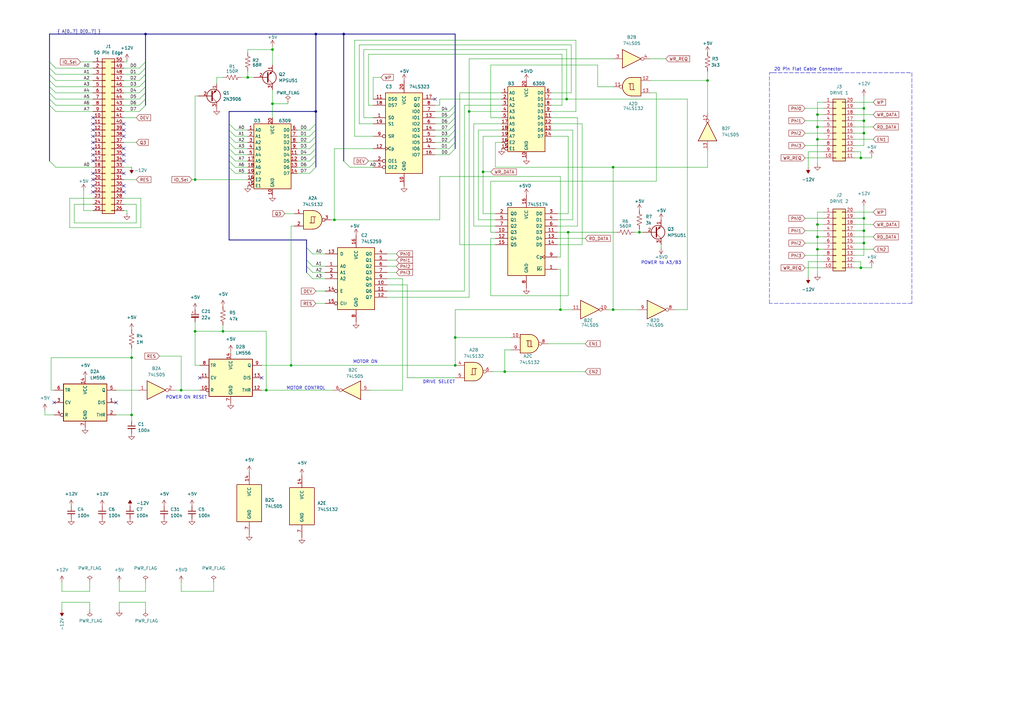
<source format=kicad_sch>
(kicad_sch (version 20211123) (generator eeschema)
  (paper "A3")
  (title_block (title "650-X104") (comment 1 "Apple Disk II Interface Card"))
  (junction (at 140.97 13.97))
  (junction (at 111.76 42.545))
  (junction (at 53.975 170.18))
  (junction (at 192.405 45.72))
  (junction (at 233.045 95.25))
  (junction (at 109.22 160.02))
  (junction (at 186.69 138.43))
  (junction (at 335.28 102.235))
  (junction (at 129.54 45.72))
  (junction (at 354.33 99.695))
  (junction (at 354.33 49.53))
  (junction (at 354.33 94.615))
  (junction (at 251.46 68.58))
  (junction (at 207.01 152.4))
  (junction (at 335.28 46.99))
  (junction (at 232.41 40.64))
  (junction (at 198.12 70.485))
  (junction (at 335.28 57.15))
  (junction (at 186.69 149.86))
  (junction (at 229.87 127))
  (junction (at 80.01 135.89))
  (junction (at 80.01 73.66))
  (junction (at 91.44 135.89))
  (junction (at 74.295 160.02))
  (junction (at 335.28 97.155))
  (junction (at 353.06 64.77))
  (junction (at 59.69 13.97))
  (junction (at 137.16 90.17))
  (junction (at 119.38 149.86))
  (junction (at 335.28 52.07))
  (junction (at 354.33 89.535))
  (junction (at 111.76 20.32))
  (junction (at 129.54 13.97))
  (junction (at 251.46 127))
  (junction (at 262.255 95.25))
  (junction (at 53.975 146.685))
  (junction (at 353.06 109.855))
  (junction (at 354.33 54.61))
  (junction (at 354.33 44.45))
  (junction (at 101.6 31.75))
  (junction (at 335.28 92.075))
  (junction (at 290.195 33.02))
  (no_connect (at 50.8 66.04))
  (no_connect (at 50.8 60.96))
  (no_connect (at 22.225 165.1))
  (no_connect (at 81.915 154.94))
  (no_connect (at 178.435 40.64))
  (no_connect (at 50.8 63.5))
  (no_connect (at 38.1 71.12))
  (no_connect (at 38.1 66.04))
  (no_connect (at 38.1 63.5))
  (no_connect (at 38.1 60.96))
  (no_connect (at 38.1 58.42))
  (no_connect (at 38.1 55.88))
  (no_connect (at 38.1 53.34))
  (no_connect (at 38.1 50.8))
  (no_connect (at 38.1 48.26))
  (no_connect (at 47.625 165.1))
  (no_connect (at 107.315 154.94))
  (no_connect (at 50.8 71.12))
  (no_connect (at 50.8 78.74))
  (no_connect (at 50.8 76.2))
  (no_connect (at 38.1 73.66))
  (no_connect (at 38.1 76.2))
  (no_connect (at 38.1 78.74))
  (no_connect (at 50.8 50.8))
  (no_connect (at 50.8 53.34))
  (no_connect (at 50.8 55.88))
  (bus_entry (at 57.15 43.18) (size 2.54 -2.54))
  (bus_entry (at 93.98 50.8) (size 2.54 2.54))
  (bus_entry (at 184.15 53.34) (size 2.54 -2.54))
  (bus_entry (at 20.32 30.48) (size 2.54 2.54))
  (bus_entry (at 125.73 106.68) (size 2.54 2.54))
  (bus_entry (at 57.15 33.02) (size 2.54 -2.54))
  (bus_entry (at 127 71.12) (size 2.54 -2.54))
  (bus_entry (at 127 55.88) (size 2.54 -2.54))
  (bus_entry (at 184.15 48.26) (size 2.54 -2.54))
  (bus_entry (at 93.98 60.96) (size 2.54 2.54))
  (bus_entry (at 57.15 35.56) (size 2.54 -2.54))
  (bus_entry (at 184.15 50.8) (size 2.54 -2.54))
  (bus_entry (at 93.98 55.88) (size 2.54 2.54))
  (bus_entry (at 127 58.42) (size 2.54 -2.54))
  (bus_entry (at 184.15 58.42) (size 2.54 -2.54))
  (bus_entry (at 127 60.96) (size 2.54 -2.54))
  (bus_entry (at 20.32 38.1) (size 2.54 2.54))
  (bus_entry (at 127 66.04) (size 2.54 -2.54))
  (bus_entry (at 127 53.34) (size 2.54 -2.54))
  (bus_entry (at 57.15 27.94) (size 2.54 -2.54))
  (bus_entry (at 57.15 45.72) (size 2.54 -2.54))
  (bus_entry (at 20.32 66.04) (size 2.54 2.54))
  (bus_entry (at 57.15 30.48) (size 2.54 -2.54))
  (bus_entry (at 93.98 66.04) (size 2.54 2.54))
  (bus_entry (at 125.73 111.76) (size 2.54 2.54))
  (bus_entry (at 20.32 25.4) (size 2.54 2.54))
  (bus_entry (at 184.15 55.88) (size 2.54 -2.54))
  (bus_entry (at 57.15 40.64) (size 2.54 -2.54))
  (bus_entry (at 93.98 53.34) (size 2.54 2.54))
  (bus_entry (at 20.32 40.64) (size 2.54 2.54))
  (bus_entry (at 93.98 58.42) (size 2.54 2.54))
  (bus_entry (at 20.32 35.56) (size 2.54 2.54))
  (bus_entry (at 127 68.58) (size 2.54 -2.54))
  (bus_entry (at 125.73 109.22) (size 2.54 2.54))
  (bus_entry (at 20.32 33.02) (size 2.54 2.54))
  (bus_entry (at 184.15 63.5) (size 2.54 -2.54))
  (bus_entry (at 93.98 63.5) (size 2.54 2.54))
  (bus_entry (at 57.15 38.1) (size 2.54 -2.54))
  (bus_entry (at 125.73 101.6) (size 2.54 2.54))
  (bus_entry (at 184.15 45.72) (size 2.54 -2.54))
  (bus_entry (at 20.32 27.94) (size 2.54 2.54))
  (bus_entry (at 140.97 66.04) (size 2.54 2.54))
  (bus_entry (at 127 63.5) (size 2.54 -2.54))
  (bus_entry (at 93.98 68.58) (size 2.54 2.54))
  (bus_entry (at 184.15 60.96) (size 2.54 -2.54))
  (bus_entry (at 20.32 43.18) (size 2.54 2.54))
  (wire (pts (xy 354.33 59.69) (xy 354.33 54.61)))
  (wire (pts (xy 290.195 29.21) (xy 290.195 33.02)))
  (wire (pts (xy 80.01 135.89) (xy 91.44 135.89)))
  (wire (pts (xy 190.5 43.18) (xy 190.5 119.38)))
  (wire (pts (xy 281.94 40.64) (xy 281.94 127)))
  (bus (pts (xy 125.73 98.425) (xy 93.98 98.425)))
  (wire (pts (xy 121.92 71.12) (xy 127 71.12)))
  (wire (pts (xy 228.6 95.25) (xy 233.045 95.25)))
  (wire (pts (xy 196.215 53.34) (xy 205.74 53.34)))
  (bus (pts (xy 20.32 25.4) (xy 20.32 13.97)))
  (wire (pts (xy 107.315 149.86) (xy 119.38 149.86)))
  (wire (pts (xy 201.295 121.285) (xy 233.045 121.285)))
  (wire (pts (xy 80.01 73.66) (xy 80.01 39.37)))
  (wire (pts (xy 229.87 127) (xy 234.315 127)))
  (wire (pts (xy 335.28 97.155) (xy 335.28 92.075)))
  (wire (pts (xy 22.86 27.94) (xy 38.1 27.94)))
  (wire (pts (xy 128.27 109.22) (xy 133.35 109.22)))
  (wire (pts (xy 354.33 99.695) (xy 354.33 94.615)))
  (wire (pts (xy 74.295 242.57) (xy 74.295 238.76)))
  (wire (pts (xy 236.22 16.51) (xy 236.22 45.72)))
  (wire (pts (xy 50.8 27.94) (xy 57.15 27.94)))
  (bus (pts (xy 20.32 13.97) (xy 59.69 13.97)))
  (wire (pts (xy 145.415 16.51) (xy 236.22 16.51)))
  (wire (pts (xy 178.435 48.26) (xy 184.15 48.26)))
  (wire (pts (xy 192.405 45.72) (xy 192.405 24.13)))
  (wire (pts (xy 350.52 89.535) (xy 354.33 89.535)))
  (wire (pts (xy 153.035 60.96) (xy 137.16 60.96)))
  (wire (pts (xy 33.02 25.4) (xy 38.1 25.4)))
  (wire (pts (xy 28.575 81.28) (xy 38.1 81.28)))
  (wire (pts (xy 96.52 60.96) (xy 101.6 60.96)))
  (wire (pts (xy 50.8 30.48) (xy 57.15 30.48)))
  (wire (pts (xy 50.8 48.26) (xy 55.88 48.26)))
  (bus (pts (xy 20.32 30.48) (xy 20.32 27.94)))
  (bus (pts (xy 129.54 45.72) (xy 129.54 13.97)))
  (bus (pts (xy 93.98 98.425) (xy 93.98 68.58)))
  (wire (pts (xy 228.6 97.79) (xy 240.03 97.79)))
  (wire (pts (xy 331.47 68.58) (xy 331.47 62.23)))
  (wire (pts (xy 121.92 68.58) (xy 127 68.58)))
  (wire (pts (xy 137.16 60.96) (xy 137.16 90.17)))
  (wire (pts (xy 128.27 114.3) (xy 133.35 114.3)))
  (wire (pts (xy 192.405 45.72) (xy 205.74 45.72)))
  (wire (pts (xy 119.38 92.71) (xy 119.38 149.86)))
  (wire (pts (xy 50.8 38.1) (xy 57.15 38.1)))
  (wire (pts (xy 245.11 35.56) (xy 251.46 35.56)))
  (wire (pts (xy 111.76 42.545) (xy 111.76 48.26)))
  (wire (pts (xy 158.75 111.76) (xy 162.56 111.76)))
  (wire (pts (xy 22.86 38.1) (xy 38.1 38.1)))
  (wire (pts (xy 186.69 138.43) (xy 209.55 138.43)))
  (wire (pts (xy 249.555 127) (xy 251.46 127)))
  (wire (pts (xy 330.2 94.615) (xy 337.82 94.615)))
  (wire (pts (xy 330.2 49.53) (xy 337.82 49.53)))
  (bus (pts (xy 93.98 53.34) (xy 93.98 50.8)))
  (bus (pts (xy 129.54 55.88) (xy 129.54 53.34)))
  (wire (pts (xy 350.52 102.235) (xy 358.14 102.235)))
  (wire (pts (xy 229.87 110.49) (xy 229.87 127)))
  (wire (pts (xy 47.625 160.02) (xy 56.515 160.02)))
  (wire (pts (xy 147.32 18.415) (xy 147.32 50.8)))
  (wire (pts (xy 178.435 60.96) (xy 184.15 60.96)))
  (wire (pts (xy 59.69 250.19) (xy 59.69 247.015)))
  (wire (pts (xy 330.2 99.695) (xy 337.82 99.695)))
  (wire (pts (xy 149.225 20.32) (xy 232.41 20.32)))
  (wire (pts (xy 201.295 26.67) (xy 245.11 26.67)))
  (wire (pts (xy 178.435 58.42) (xy 184.15 58.42)))
  (wire (pts (xy 188.595 38.1) (xy 188.595 100.33)))
  (wire (pts (xy 198.12 70.485) (xy 198.12 87.63)))
  (wire (pts (xy 350.52 86.995) (xy 358.14 86.995)))
  (wire (pts (xy 236.855 92.71) (xy 236.855 48.26)))
  (wire (pts (xy 151.765 160.02) (xy 165.1 160.02)))
  (wire (pts (xy 335.28 67.31) (xy 335.28 57.15)))
  (wire (pts (xy 109.22 160.02) (xy 136.525 160.02)))
  (wire (pts (xy 330.2 59.69) (xy 337.82 59.69)))
  (wire (pts (xy 53.975 146.685) (xy 53.975 170.18)))
  (wire (pts (xy 153.035 43.18) (xy 151.13 43.18)))
  (wire (pts (xy 190.5 43.18) (xy 205.74 43.18)))
  (wire (pts (xy 357.505 109.22) (xy 357.505 109.855)))
  (wire (pts (xy 335.28 46.99) (xy 335.28 41.91)))
  (wire (pts (xy 335.28 86.995) (xy 337.82 86.995)))
  (wire (pts (xy 266.7 33.02) (xy 290.195 33.02)))
  (wire (pts (xy 59.69 247.015) (xy 48.895 247.015)))
  (wire (pts (xy 36.83 238.76) (xy 36.83 242.57)))
  (wire (pts (xy 91.44 135.89) (xy 109.22 135.89)))
  (wire (pts (xy 111.76 20.32) (xy 111.76 26.67)))
  (wire (pts (xy 233.045 95.25) (xy 233.045 121.285)))
  (wire (pts (xy 357.505 64.77) (xy 353.06 64.77)))
  (wire (pts (xy 196.215 90.17) (xy 203.2 90.17)))
  (wire (pts (xy 251.46 68.58) (xy 290.195 68.58)))
  (wire (pts (xy 234.315 38.1) (xy 226.06 38.1)))
  (wire (pts (xy 178.435 45.72) (xy 184.15 45.72)))
  (wire (pts (xy 245.11 26.67) (xy 245.11 35.56)))
  (bus (pts (xy 140.97 13.97) (xy 140.97 66.04)))
  (wire (pts (xy 350.52 62.23) (xy 353.06 62.23)))
  (wire (pts (xy 18.415 168.275) (xy 18.415 170.18)))
  (wire (pts (xy 266.7 24.13) (xy 273.05 24.13)))
  (wire (pts (xy 149.225 20.32) (xy 149.225 48.26)))
  (wire (pts (xy 228.6 110.49) (xy 229.87 110.49)))
  (wire (pts (xy 228.6 92.71) (xy 236.855 92.71)))
  (wire (pts (xy 186.69 127) (xy 186.69 138.43)))
  (polyline (pts (xy 316.865 29.845) (xy 374.015 29.845)))
  (wire (pts (xy 178.435 63.5) (xy 184.15 63.5)))
  (wire (pts (xy 94.615 144.78) (xy 94.615 144.145)))
  (wire (pts (xy 201.295 26.67) (xy 201.295 48.26)))
  (bus (pts (xy 20.32 35.56) (xy 20.32 33.02)))
  (wire (pts (xy 129.54 119.38) (xy 133.35 119.38)))
  (wire (pts (xy 120.65 92.71) (xy 119.38 92.71)))
  (wire (pts (xy 50.8 83.82) (xy 55.88 83.82)))
  (wire (pts (xy 201.295 74.295) (xy 201.295 95.25)))
  (wire (pts (xy 158.75 104.14) (xy 162.56 104.14)))
  (wire (pts (xy 180.34 43.18) (xy 178.435 43.18)))
  (wire (pts (xy 335.28 52.07) (xy 337.82 52.07)))
  (wire (pts (xy 158.75 106.68) (xy 162.56 106.68)))
  (wire (pts (xy 335.28 112.395) (xy 335.28 102.235)))
  (wire (pts (xy 194.31 50.8) (xy 205.74 50.8)))
  (wire (pts (xy 207.01 143.51) (xy 209.55 143.51)))
  (bus (pts (xy 93.98 63.5) (xy 93.98 60.96)))
  (wire (pts (xy 354.33 89.535) (xy 354.33 84.455)))
  (wire (pts (xy 48.895 242.57) (xy 48.895 238.76)))
  (wire (pts (xy 203.2 95.25) (xy 201.295 95.25)))
  (wire (pts (xy 28.575 93.345) (xy 28.575 81.28)))
  (wire (pts (xy 354.33 44.45) (xy 354.33 39.37)))
  (bus (pts (xy 186.69 55.88) (xy 186.69 58.42)))
  (wire (pts (xy 96.52 53.34) (xy 101.6 53.34)))
  (wire (pts (xy 335.28 41.91) (xy 337.82 41.91)))
  (wire (pts (xy 331.47 107.315) (xy 337.82 107.315)))
  (bus (pts (xy 186.69 53.34) (xy 186.69 55.88)))
  (wire (pts (xy 80.01 132.08) (xy 80.01 135.89)))
  (bus (pts (xy 140.97 13.97) (xy 186.69 13.97)))
  (wire (pts (xy 116.84 87.63) (xy 120.65 87.63)))
  (wire (pts (xy 87.63 238.76) (xy 87.63 242.57)))
  (wire (pts (xy 234.95 90.17) (xy 234.95 53.34)))
  (wire (pts (xy 137.16 90.17) (xy 135.89 90.17)))
  (wire (pts (xy 331.47 113.665) (xy 331.47 107.315)))
  (bus (pts (xy 20.32 40.64) (xy 20.32 38.1)))
  (wire (pts (xy 262.255 93.98) (xy 262.255 95.25)))
  (bus (pts (xy 186.69 58.42) (xy 186.69 60.96)))
  (wire (pts (xy 18.415 170.18) (xy 22.225 170.18)))
  (wire (pts (xy 186.69 138.43) (xy 186.69 149.86)))
  (wire (pts (xy 354.33 104.775) (xy 354.33 99.695)))
  (wire (pts (xy 203.2 68.58) (xy 251.46 68.58)))
  (wire (pts (xy 232.41 40.64) (xy 281.94 40.64)))
  (bus (pts (xy 93.98 60.96) (xy 93.98 58.42)))
  (wire (pts (xy 22.225 160.02) (xy 20.955 160.02)))
  (wire (pts (xy 167.005 154.94) (xy 186.69 154.94)))
  (wire (pts (xy 91.44 133.35) (xy 91.44 135.89)))
  (wire (pts (xy 350.52 107.315) (xy 353.06 107.315)))
  (wire (pts (xy 350.52 92.075) (xy 358.14 92.075)))
  (wire (pts (xy 158.75 109.22) (xy 162.56 109.22)))
  (wire (pts (xy 350.52 46.99) (xy 358.14 46.99)))
  (wire (pts (xy 350.52 52.07) (xy 358.14 52.07)))
  (wire (pts (xy 180.34 40.64) (xy 180.34 43.18)))
  (wire (pts (xy 34.29 78.105) (xy 34.29 86.36)))
  (wire (pts (xy 50.8 73.66) (xy 55.88 73.66)))
  (wire (pts (xy 234.315 18.415) (xy 147.32 18.415)))
  (wire (pts (xy 276.86 127) (xy 281.94 127)))
  (wire (pts (xy 167.005 116.84) (xy 167.005 154.94)))
  (wire (pts (xy 121.92 53.34) (xy 127 53.34)))
  (wire (pts (xy 228.6 87.63) (xy 233.045 87.63)))
  (bus (pts (xy 186.69 48.26) (xy 186.69 50.8)))
  (wire (pts (xy 335.28 46.99) (xy 337.82 46.99)))
  (wire (pts (xy 232.41 40.64) (xy 226.06 40.64)))
  (wire (pts (xy 226.06 50.8) (xy 238.76 50.8)))
  (wire (pts (xy 335.28 92.075) (xy 337.82 92.075)))
  (wire (pts (xy 224.79 140.97) (xy 240.03 140.97)))
  (wire (pts (xy 205.74 48.26) (xy 201.295 48.26)))
  (wire (pts (xy 350.52 94.615) (xy 354.33 94.615)))
  (wire (pts (xy 165.1 114.3) (xy 165.1 160.02)))
  (wire (pts (xy 28.575 93.345) (xy 57.785 93.345)))
  (wire (pts (xy 230.505 22.225) (xy 230.505 43.18)))
  (wire (pts (xy 52.07 25.4) (xy 50.8 25.4)))
  (wire (pts (xy 350.52 59.69) (xy 354.33 59.69)))
  (bus (pts (xy 59.69 35.56) (xy 59.69 38.1)))
  (wire (pts (xy 350.52 57.15) (xy 358.14 57.15)))
  (bus (pts (xy 125.73 109.22) (xy 125.73 106.68)))
  (wire (pts (xy 101.6 29.21) (xy 101.6 31.75)))
  (bus (pts (xy 93.98 68.58) (xy 93.98 66.04)))
  (wire (pts (xy 198.12 87.63) (xy 203.2 87.63)))
  (bus (pts (xy 59.69 40.64) (xy 59.69 43.18)))
  (wire (pts (xy 226.06 45.72) (xy 236.22 45.72)))
  (wire (pts (xy 88.9 31.75) (xy 91.44 31.75)))
  (wire (pts (xy 354.33 49.53) (xy 354.33 44.45)))
  (wire (pts (xy 205.74 58.42) (xy 203.2 58.42)))
  (bus (pts (xy 59.69 27.94) (xy 59.69 30.48)))
  (bus (pts (xy 59.69 30.48) (xy 59.69 33.02)))
  (wire (pts (xy 330.2 54.61) (xy 337.82 54.61)))
  (wire (pts (xy 80.01 39.37) (xy 81.28 39.37)))
  (wire (pts (xy 201.295 97.79) (xy 201.295 121.285)))
  (wire (pts (xy 330.2 109.855) (xy 337.82 109.855)))
  (wire (pts (xy 353.06 107.315) (xy 353.06 109.855)))
  (wire (pts (xy 109.22 160.02) (xy 107.315 160.02)))
  (wire (pts (xy 50.8 35.56) (xy 57.15 35.56)))
  (wire (pts (xy 121.92 60.96) (xy 127 60.96)))
  (wire (pts (xy 232.41 20.32) (xy 232.41 40.64)))
  (wire (pts (xy 353.06 109.855) (xy 357.505 109.855)))
  (wire (pts (xy 50.8 40.64) (xy 57.15 40.64)))
  (wire (pts (xy 145.415 16.51) (xy 145.415 55.88)))
  (wire (pts (xy 335.28 92.075) (xy 335.28 86.995)))
  (wire (pts (xy 238.76 50.8) (xy 238.76 100.33)))
  (wire (pts (xy 165.1 114.3) (xy 158.75 114.3)))
  (wire (pts (xy 186.69 127) (xy 229.87 127)))
  (wire (pts (xy 118.11 41.91) (xy 118.11 42.545)))
  (wire (pts (xy 101.6 20.32) (xy 111.76 20.32)))
  (bus (pts (xy 129.54 58.42) (xy 129.54 55.88)))
  (bus (pts (xy 186.69 50.8) (xy 186.69 53.34)))
  (bus (pts (xy 129.54 50.8) (xy 129.54 45.72)))
  (wire (pts (xy 207.01 152.4) (xy 240.03 152.4)))
  (wire (pts (xy 80.01 149.86) (xy 81.915 149.86)))
  (wire (pts (xy 251.46 68.58) (xy 251.46 127)))
  (wire (pts (xy 80.01 135.89) (xy 80.01 149.86)))
  (wire (pts (xy 271.145 100.33) (xy 271.145 101.6)))
  (wire (pts (xy 353.06 62.23) (xy 353.06 64.77)))
  (wire (pts (xy 53.975 170.18) (xy 53.975 172.72)))
  (wire (pts (xy 151.13 22.225) (xy 230.505 22.225)))
  (wire (pts (xy 194.31 92.71) (xy 203.2 92.71)))
  (bus (pts (xy 129.54 68.58) (xy 129.54 66.04)))
  (wire (pts (xy 180.34 72.39) (xy 180.34 90.17)))
  (wire (pts (xy 198.12 70.485) (xy 201.295 70.485)))
  (wire (pts (xy 330.2 64.77) (xy 337.82 64.77)))
  (bus (pts (xy 20.32 43.18) (xy 20.32 40.64)))
  (bus (pts (xy 59.69 38.1) (xy 59.69 40.64)))
  (wire (pts (xy 22.86 40.64) (xy 38.1 40.64)))
  (wire (pts (xy 20.955 146.685) (xy 53.975 146.685)))
  (wire (pts (xy 290.195 61.595) (xy 290.195 68.58)))
  (bus (pts (xy 129.54 13.97) (xy 140.97 13.97)))
  (wire (pts (xy 25.4 242.57) (xy 25.4 238.76)))
  (wire (pts (xy 22.86 35.56) (xy 38.1 35.56)))
  (wire (pts (xy 158.75 119.38) (xy 190.5 119.38)))
  (bus (pts (xy 186.69 45.72) (xy 186.69 48.26)))
  (wire (pts (xy 238.76 100.33) (xy 228.6 100.33)))
  (wire (pts (xy 201.295 74.295) (xy 269.24 74.295)))
  (wire (pts (xy 121.92 66.04) (xy 127 66.04)))
  (wire (pts (xy 111.76 36.83) (xy 111.76 42.545)))
  (wire (pts (xy 350.52 49.53) (xy 354.33 49.53)))
  (wire (pts (xy 137.16 90.17) (xy 180.34 90.17)))
  (bus (pts (xy 93.98 50.8) (xy 93.98 45.72)))
  (wire (pts (xy 36.83 242.57) (xy 25.4 242.57)))
  (bus (pts (xy 93.98 66.04) (xy 93.98 63.5)))
  (wire (pts (xy 350.52 64.77) (xy 353.06 64.77)))
  (wire (pts (xy 129.54 124.46) (xy 133.35 124.46)))
  (wire (pts (xy 52.07 24.765) (xy 52.07 25.4)))
  (wire (pts (xy 178.435 53.34) (xy 184.15 53.34)))
  (wire (pts (xy 228.6 90.17) (xy 234.95 90.17)))
  (bus (pts (xy 125.73 101.6) (xy 125.73 98.425)))
  (bus (pts (xy 59.69 33.02) (xy 59.69 35.56)))
  (wire (pts (xy 198.12 55.88) (xy 205.74 55.88)))
  (wire (pts (xy 34.29 86.36) (xy 38.1 86.36)))
  (wire (pts (xy 178.435 55.88) (xy 184.15 55.88)))
  (bus (pts (xy 129.54 63.5) (xy 129.54 60.96)))
  (wire (pts (xy 128.27 104.14) (xy 133.35 104.14)))
  (bus (pts (xy 93.98 45.72) (xy 129.54 45.72)))
  (wire (pts (xy 20.955 160.02) (xy 20.955 146.685)))
  (polyline (pts (xy 374.015 124.46) (xy 315.595 124.46)))
  (bus (pts (xy 129.54 13.97) (xy 59.69 13.97)))
  (wire (pts (xy 188.595 38.1) (xy 205.74 38.1)))
  (wire (pts (xy 194.31 50.8) (xy 194.31 92.71)))
  (wire (pts (xy 226.06 53.34) (xy 234.95 53.34)))
  (wire (pts (xy 330.2 44.45) (xy 337.82 44.45)))
  (wire (pts (xy 335.28 97.155) (xy 337.82 97.155)))
  (bus (pts (xy 93.98 58.42) (xy 93.98 55.88)))
  (wire (pts (xy 230.505 43.18) (xy 226.06 43.18)))
  (wire (pts (xy 22.86 45.72) (xy 38.1 45.72)))
  (wire (pts (xy 354.33 54.61) (xy 354.33 49.53)))
  (wire (pts (xy 153.035 40.64) (xy 153.035 31.75)))
  (wire (pts (xy 357.505 64.135) (xy 357.505 64.77)))
  (wire (pts (xy 262.255 95.25) (xy 263.525 95.25)))
  (wire (pts (xy 22.86 33.02) (xy 38.1 33.02)))
  (wire (pts (xy 111.76 19.05) (xy 111.76 20.32)))
  (wire (pts (xy 335.28 57.15) (xy 337.82 57.15)))
  (wire (pts (xy 233.045 95.25) (xy 252.73 95.25)))
  (wire (pts (xy 350.52 44.45) (xy 354.33 44.45)))
  (wire (pts (xy 121.92 58.42) (xy 127 58.42)))
  (wire (pts (xy 203.2 58.42) (xy 203.2 68.58)))
  (wire (pts (xy 335.28 52.07) (xy 335.28 46.99)))
  (wire (pts (xy 36.83 247.015) (xy 25.4 247.015)))
  (wire (pts (xy 50.8 81.28) (xy 57.785 81.28)))
  (bus (pts (xy 93.98 55.88) (xy 93.98 53.34)))
  (wire (pts (xy 109.22 135.89) (xy 109.22 160.02)))
  (wire (pts (xy 30.48 83.82) (xy 38.1 83.82)))
  (bus (pts (xy 186.69 13.97) (xy 186.69 43.18)))
  (wire (pts (xy 290.195 33.02) (xy 290.195 46.355)))
  (wire (pts (xy 52.07 86.36) (xy 50.8 86.36)))
  (wire (pts (xy 30.48 91.44) (xy 55.88 91.44)))
  (wire (pts (xy 50.8 58.42) (xy 55.88 58.42)))
  (wire (pts (xy 192.405 24.13) (xy 251.46 24.13)))
  (wire (pts (xy 96.52 66.04) (xy 101.6 66.04)))
  (wire (pts (xy 145.415 55.88) (xy 153.035 55.88)))
  (wire (pts (xy 178.435 50.8) (xy 184.15 50.8)))
  (wire (pts (xy 50.8 43.18) (xy 57.15 43.18)))
  (wire (pts (xy 50.8 45.72) (xy 57.15 45.72)))
  (wire (pts (xy 330.2 89.535) (xy 337.82 89.535)))
  (wire (pts (xy 158.75 121.92) (xy 192.405 121.92)))
  (wire (pts (xy 331.47 62.23) (xy 337.82 62.23)))
  (wire (pts (xy 121.92 63.5) (xy 127 63.5)))
  (wire (pts (xy 354.33 94.615) (xy 354.33 89.535)))
  (wire (pts (xy 180.34 40.64) (xy 205.74 40.64)))
  (wire (pts (xy 78.74 73.66) (xy 80.01 73.66)))
  (bus (pts (xy 129.54 66.04) (xy 129.54 63.5)))
  (wire (pts (xy 59.69 242.57) (xy 48.895 242.57)))
  (wire (pts (xy 30.48 83.82) (xy 30.48 91.44)))
  (wire (pts (xy 149.225 48.26) (xy 153.035 48.26)))
  (wire (pts (xy 55.88 83.82) (xy 55.88 91.44)))
  (wire (pts (xy 226.06 48.26) (xy 236.855 48.26)))
  (wire (pts (xy 87.63 242.57) (xy 74.295 242.57)))
  (wire (pts (xy 226.06 55.88) (xy 233.045 55.88)))
  (wire (pts (xy 350.52 41.91) (xy 358.14 41.91)))
  (bus (pts (xy 129.54 60.96) (xy 129.54 58.42)))
  (wire (pts (xy 80.01 73.66) (xy 101.6 73.66)))
  (polyline (pts (xy 315.595 124.46) (xy 315.595 29.845)))
  (wire (pts (xy 335.28 57.15) (xy 335.28 52.07)))
  (wire (pts (xy 36.83 250.19) (xy 36.83 247.015)))
  (wire (pts (xy 234.315 18.415) (xy 234.315 38.1)))
  (bus (pts (xy 20.32 38.1) (xy 20.32 35.56)))
  (bus (pts (xy 129.54 53.34) (xy 129.54 50.8)))
  (wire (pts (xy 198.12 55.88) (xy 198.12 70.485)))
  (wire (pts (xy 25.4 247.015) (xy 25.4 250.19)))
  (bus (pts (xy 125.73 106.68) (xy 125.73 101.6)))
  (wire (pts (xy 128.27 111.76) (xy 133.35 111.76)))
  (wire (pts (xy 59.69 238.76) (xy 59.69 242.57)))
  (wire (pts (xy 48.895 247.015) (xy 48.895 250.19)))
  (wire (pts (xy 101.6 20.32) (xy 101.6 21.59)))
  (wire (pts (xy 53.975 142.875) (xy 53.975 146.685)))
  (wire (pts (xy 201.93 152.4) (xy 207.01 152.4)))
  (wire (pts (xy 74.295 146.05) (xy 74.295 160.02)))
  (wire (pts (xy 96.52 55.88) (xy 101.6 55.88)))
  (wire (pts (xy 251.46 127) (xy 261.62 127)))
  (wire (pts (xy 196.215 90.17) (xy 196.215 53.34)))
  (bus (pts (xy 20.32 43.18) (xy 20.32 66.04)))
  (wire (pts (xy 350.52 104.775) (xy 354.33 104.775)))
  (wire (pts (xy 330.2 104.775) (xy 337.82 104.775)))
  (wire (pts (xy 350.52 54.61) (xy 354.33 54.61)))
  (wire (pts (xy 269.24 38.1) (xy 269.24 74.295)))
  (wire (pts (xy 201.295 97.79) (xy 203.2 97.79)))
  (wire (pts (xy 335.28 102.235) (xy 337.82 102.235)))
  (wire (pts (xy 121.92 55.88) (xy 127 55.88)))
  (wire (pts (xy 167.005 116.84) (xy 158.75 116.84)))
  (wire (pts (xy 350.52 97.155) (xy 358.14 97.155)))
  (wire (pts (xy 228.6 105.41) (xy 229.87 105.41)))
  (polyline (pts (xy 374.015 29.845) (xy 374.015 124.46)))
  (wire (pts (xy 153.035 31.75) (xy 156.21 31.75)))
  (wire (pts (xy 101.6 31.75) (xy 104.14 31.75)))
  (bus (pts (xy 20.32 33.02) (xy 20.32 30.48)))
  (wire (pts (xy 71.755 160.02) (xy 74.295 160.02)))
  (bus (pts (xy 186.69 43.18) (xy 186.69 45.72)))
  (wire (pts (xy 266.7 38.1) (xy 269.24 38.1)))
  (wire (pts (xy 22.86 43.18) (xy 38.1 43.18)))
  (wire (pts (xy 192.405 121.92) (xy 192.405 45.72)))
  (wire (pts (xy 74.295 160.02) (xy 81.915 160.02)))
  (wire (pts (xy 99.06 31.75) (xy 101.6 31.75)))
  (wire (pts (xy 180.34 72.39) (xy 229.87 72.39)))
  (polyline (pts (xy 315.595 29.845) (xy 316.865 29.845)))
  (wire (pts (xy 96.52 68.58) (xy 101.6 68.58)))
  (wire (pts (xy 207.01 143.51) (xy 207.01 152.4)))
  (wire (pts (xy 119.38 149.86) (xy 186.69 149.86)))
  (wire (pts (xy 22.86 30.48) (xy 38.1 30.48)))
  (wire (pts (xy 151.13 66.04) (xy 153.035 66.04)))
  (wire (pts (xy 188.595 100.33) (xy 203.2 100.33)))
  (wire (pts (xy 143.51 68.58) (xy 153.035 68.58)))
  (wire (pts (xy 96.52 63.5) (xy 101.6 63.5)))
  (wire (pts (xy 151.13 22.225) (xy 151.13 43.18)))
  (wire (pts (xy 350.52 109.855) (xy 353.06 109.855)))
  (wire (pts (xy 50.8 33.02) (xy 57.15 33.02)))
  (wire (pts (xy 52.07 87.63) (xy 52.07 86.36)))
  (wire (pts (xy 22.86 68.58) (xy 38.1 68.58)))
  (wire (pts (xy 260.35 95.25) (xy 262.255 95.25)))
  (wire (pts (xy 57.785 81.28) (xy 57.785 93.345)))
  (bus (pts (xy 125.73 111.76) (xy 125.73 109.22)))
  (bus (pts (xy 59.69 13.97) (xy 59.69 25.4)))
  (wire (pts (xy 229.87 72.39) (xy 229.87 105.41)))
  (wire (pts (xy 350.52 99.695) (xy 354.33 99.695)))
  (wire (pts (xy 118.11 42.545) (xy 111.76 42.545)))
  (wire (pts (xy 233.045 87.63) (xy 233.045 55.88)))
  (wire (pts (xy 335.28 102.235) (xy 335.28 97.155)))
  (wire (pts (xy 147.32 50.8) (xy 153.035 50.8)))
  (wire (pts (xy 65.405 146.05) (xy 74.295 146.05)))
  (wire (pts (xy 53.975 170.18) (xy 47.625 170.18)))
  (bus (pts (xy 20.32 27.94) (xy 20.32 25.4)))
  (wire (pts (xy 88.9 34.29) (xy 88.9 31.75)))
  (wire (pts (xy 96.52 58.42) (xy 101.6 58.42)))
  (bus (pts (xy 59.69 25.4) (xy 59.69 27.94)))
  (wire (pts (xy 50.8 68.58) (xy 53.975 68.58)))
  (wire (pts (xy 96.52 71.12) (xy 101.6 71.12)))
  (text "POWER ON RESET" (at 67.945 163.83 0) (effects (font (size 1.27 1.27)) (justify left bottom)))
  (text "POWER to A3/B3" (at 262.89 108.585 0) (effects (font (size 1.27 1.27)) (justify left bottom)))
  (text "MOTOR ON" (at 144.78 149.225 0) (effects (font (size 1.27 1.27)) (justify left bottom)))
  (text "DRIVE SELECT" (at 173.355 157.48 0) (effects (font (size 1.27 1.27)) (justify left bottom)))
  (text "20 Pin Flat Cable Connector" (at 317.5 29.21 0) (effects (font (size 1.27 1.27)) (justify left bottom)))
  (text "MOTOR CONTROL" (at 117.475 160.02 0) (effects (font (size 1.27 1.27)) (justify left bottom)))
  (label "D7" (at 123.19 71.12 0))
  (label "D3" (at 123.19 60.96 0))
  (label "D1" (at 180.975 60.96 0))
  (label "D4" (at 123.19 63.5 0))
  (label "A5" (at 34.29 40.64 0))
  (label "D0" (at 53.34 27.94 0))
  (label "D2" (at 53.34 33.02 0))
  (label "D7" (at 180.975 53.34 0))
  (label "D6" (at 53.34 43.18 0))
  (label "A6" (at 34.29 43.18 0))
  (label "D0" (at 123.19 53.34 0))
  (label "A4" (at 97.79 63.5 0))
  (label "A0" (at 34.29 68.58 0))
  (label "A6" (at 97.79 68.58 0))
  (label "D3" (at 53.34 35.56 0))
  (label "A2" (at 34.29 33.02 0))
  (label "A1" (at 34.29 30.48 0))
  (label "A0" (at 129.54 104.14 0))
  (label "D0" (at 180.975 63.5 0))
  (label "A2" (at 129.54 111.76 0))
  (label "D4" (at 53.34 38.1 0))
  (label "A3" (at 34.29 35.56 0))
  (label "D1" (at 123.19 55.88 0))
  (label "A0" (at 151.765 68.58 0))
  (label "D2" (at 180.975 58.42 0))
  (label "D6" (at 180.975 50.8 0))
  (label "A3" (at 97.79 60.96 0))
  (label "A4" (at 34.29 38.1 0))
  (label "D7" (at 53.34 45.72 0))
  (label "D2" (at 123.19 58.42 0))
  (label "D1" (at 53.34 30.48 0))
  (label "A7" (at 34.29 45.72 0))
  (label "D4" (at 180.975 45.72 0))
  (label "A1" (at 97.79 55.88 0))
  (label "A3" (at 129.54 114.3 0))
  (label "A2" (at 97.79 58.42 0))
  (label "D3" (at 180.975 55.88 0))
  (label "A0" (at 97.79 53.34 0))
  (label "{ A[0..7] D[0..7] }" (at 23.495 13.97 0))
  (label "A5" (at 97.79 71.12 0))
  (label "A7" (at 97.79 66.04 0))
  (label "A1" (at 129.54 109.22 0))
  (label "D5" (at 180.975 48.26 0))
  (label "D5" (at 123.19 66.04 0))
  (label "D6" (at 123.19 68.58 0))
  (label "A0" (at 34.29 27.94 0))
  (label "D5" (at 53.34 40.64 0))
  (global_label "DEV" (shape input) (at 55.88 48.26 0) (property "Intersheet References" "${INTERSHEET_REFS}" (effects hide)))
  (global_label "Phi0" (shape input) (at 330.2 44.45 180) (property "Intersheet References" "${INTERSHEET_REFS}" (effects hide)))
  (global_label "WR_REQ" (shape input) (at 273.05 24.13 0) (property "Intersheet References" "${INTERSHEET_REFS}" (effects hide)))
  (global_label "WR_REQ" (shape input) (at 330.2 64.77 180) (property "Intersheet References" "${INTERSHEET_REFS}" (effects hide)))
  (global_label "Phi1" (shape input) (at 162.56 106.68 0) (property "Intersheet References" "${INTERSHEET_REFS}" (effects hide)))
  (global_label "EN1" (shape input) (at 240.03 140.97 0) (property "Intersheet References" "${INTERSHEET_REFS}" (effects hide)))
  (global_label "WR_DATA" (shape input) (at 358.14 46.99 0) (property "Intersheet References" "${INTERSHEET_REFS}" (effects hide)))
  (global_label "Phi1" (shape input) (at 330.2 49.53 180) (property "Intersheet References" "${INTERSHEET_REFS}" (effects hide)))
  (global_label "Phi1" (shape input) (at 330.2 94.615 180) (property "Intersheet References" "${INTERSHEET_REFS}" (effects hide)))
  (global_label "Q3" (shape input) (at 116.84 87.63 180) (property "Intersheet References" "${INTERSHEET_REFS}" (effects hide)))
  (global_label "Phi0" (shape input) (at 162.56 104.14 0) (property "Intersheet References" "${INTERSHEET_REFS}" (effects hide)))
  (global_label "Phi2" (shape input) (at 162.56 109.22 0) (property "Intersheet References" "${INTERSHEET_REFS}" (effects hide)))
  (global_label "Q3" (shape input) (at 55.88 58.42 0) (property "Intersheet References" "${INTERSHEET_REFS}" (effects hide)))
  (global_label "RD_DATA" (shape input) (at 240.03 97.79 0) (property "Intersheet References" "${INTERSHEET_REFS}" (effects hide)))
  (global_label "WR_DATA" (shape input) (at 358.14 92.075 0) (property "Intersheet References" "${INTERSHEET_REFS}" (effects hide)))
  (global_label "WR_DATA" (shape input) (at 201.295 70.485 0) (property "Intersheet References" "${INTERSHEET_REFS}" (effects hide)))
  (global_label "Phi3" (shape input) (at 162.56 111.76 0) (property "Intersheet References" "${INTERSHEET_REFS}" (effects hide)))
  (global_label "EN1" (shape input) (at 358.14 57.15 0) (property "Intersheet References" "${INTERSHEET_REFS}" (effects hide)))
  (global_label "RES" (shape input) (at 129.54 124.46 180) (property "Intersheet References" "${INTERSHEET_REFS}" (effects hide)))
  (global_label "WR_REQ" (shape input) (at 330.2 109.855 180) (property "Intersheet References" "${INTERSHEET_REFS}" (effects hide)))
  (global_label "EN2" (shape input) (at 240.03 152.4 0) (property "Intersheet References" "${INTERSHEET_REFS}" (effects hide)))
  (global_label "WP" (shape input) (at 156.21 31.75 0) (property "Intersheet References" "${INTERSHEET_REFS}" (effects hide)))
  (global_label "RES" (shape input) (at 65.405 146.05 180) (property "Intersheet References" "${INTERSHEET_REFS}" (effects hide)))
  (global_label "Phi3" (shape input) (at 330.2 59.69 180) (property "Intersheet References" "${INTERSHEET_REFS}" (effects hide)))
  (global_label "Phi2" (shape input) (at 330.2 99.695 180) (property "Intersheet References" "${INTERSHEET_REFS}" (effects hide)))
  (global_label "EN2" (shape input) (at 358.14 102.235 0) (property "Intersheet References" "${INTERSHEET_REFS}" (effects hide)))
  (global_label "RD_DATA" (shape input) (at 358.14 97.155 0) (property "Intersheet References" "${INTERSHEET_REFS}" (effects hide)))
  (global_label "RD_DATA" (shape input) (at 358.14 52.07 0) (property "Intersheet References" "${INTERSHEET_REFS}" (effects hide)))
  (global_label "WP" (shape input) (at 358.14 86.995 0) (property "Intersheet References" "${INTERSHEET_REFS}" (effects hide)))
  (global_label "DEV" (shape input) (at 151.13 66.04 180) (property "Intersheet References" "${INTERSHEET_REFS}" (effects hide)))
  (global_label "RES" (shape input) (at 55.88 73.66 0) (property "Intersheet References" "${INTERSHEET_REFS}" (effects hide)))
  (global_label "IO_Sel" (shape input) (at 78.74 73.66 180) (property "Intersheet References" "${INTERSHEET_REFS}" (effects hide)))
  (global_label "IO_Sel" (shape input) (at 33.02 25.4 180) (property "Intersheet References" "${INTERSHEET_REFS}" (effects hide)))
  (global_label "Phi3" (shape input) (at 330.2 104.775 180) (property "Intersheet References" "${INTERSHEET_REFS}" (effects hide)))
  (global_label "Phi2" (shape input) (at 330.2 54.61 180) (property "Intersheet References" "${INTERSHEET_REFS}" (effects hide)))
  (global_label "WP" (shape input) (at 358.14 41.91 0) (property "Intersheet References" "${INTERSHEET_REFS}" (effects hide)))
  (global_label "Phi0" (shape input) (at 330.2 89.535 180) (property "Intersheet References" "${INTERSHEET_REFS}" (effects hide)))
  (global_label "DEV" (shape input) (at 129.54 119.38 180) (property "Intersheet References" "${INTERSHEET_REFS}" (effects hide)))
  (symbol (lib_id "Device:R_US") (at 262.255 90.17 0) (unit 1)
    (property "Reference" "R7" (at 264.795 88.8999 0) (effects (justify left)))
    (property "Value" "3k" (at 264.795 91.4399 0) (effects (justify left)))
  )
  (symbol (lib_id "power:+5V") (at 91.44 125.73 0) (unit 1)
    (property "Reference" "#PWR0123" (effects hide))
    (property "Value" "+5V" (at 91.44 120.65 0))
  )
  (symbol (lib_id "Device:R_US") (at 91.44 129.54 0) (unit 1)
    (property "Reference" "R5" (at 93.98 128.2699 0) (effects (justify left)))
    (property "Value" "47k" (at 93.98 130.8099 0) (effects (justify left)))
  )
  (symbol (lib_id "Device:C_Polarized_Small") (at 80.01 129.54 0) (unit 1)
    (property "Reference" "C21" (at 82.55 127.7238 0) (effects (justify left)))
    (property "Value" "22u" (at 82.55 130.2638 0) (effects (justify left)))
  )
  (symbol (lib_id "power:+5V") (at 34.925 154.94 0) (unit 1)
    (property "Reference" "#PWR0125" (effects hide))
    (property "Value" "+5V" (at 34.925 149.86 0))
  )
  (symbol (lib_id "Device:C_Small") (at 41.91 210.185 0) (unit 1)
    (property "Reference" "C6" (at 44.45 208.9212 0) (effects (justify left)))
    (property "Value" "100n" (at 44.45 211.4612 0) (effects (justify left)))
  )
  (symbol (lib_id "Connector_Generic:Conn_02x10_Counter_Clockwise") (at 342.9 97.155 0) (unit 1)
    (property "Reference" "J2" (at 344.17 80.01 0))
    (property "Value" "DRIVE 2" (at 344.17 82.55 0))
  )
  (symbol (lib_id "74xx:74LS05") (at 64.135 160.02 0) (unit 1)
    (property "Reference" "B2" (at 64.135 151.13 0))
    (property "Value" "74LS05" (at 64.135 153.67 0))
    (property "Datasheet" "http://www.ti.com/lit/gpn/sn74LS05" (effects hide))
  )
  (symbol (lib_id "power:GND") (at 41.91 212.725 0) (unit 1)
    (property "Reference" "#PWR0130" (effects hide))
    (property "Value" "GND" (effects hide))
  )
  (symbol (lib_id "74xx:74LS05") (at 241.935 127 0) (unit 5)
    (property "Reference" "B2" (at 241.3 131.445 0))
    (property "Value" "74LS05" (at 241.935 133.35 0))
    (property "Datasheet" "http://www.ti.com/lit/gpn/sn74LS05" (effects hide))
  )
  (symbol (lib_id "power:GND") (at 102.235 219.075 0) (unit 1)
    (property "Reference" "#PWR0137" (effects hide))
    (property "Value" "GND" (effects hide))
  )
  (symbol (lib_id "power:-12V") (at 331.47 113.665 180) (unit 1)
    (property "Reference" "#PWR0147" (effects hide))
    (property "Value" "-12V" (at 331.47 118.745 0))
  )
  (symbol (lib_id "74xx:74LS05") (at 102.235 206.375 0) (unit 7)
    (property "Reference" "B2" (at 108.585 205.1049 0) (effects (justify left)))
    (property "Value" "74LS05" (at 108.585 207.6449 0) (effects (justify left)))
    (property "Datasheet" "http://www.ti.com/lit/gpn/sn74LS05" (effects hide))
  )
  (symbol (lib_id "power:+5V") (at 34.29 78.105 0) (unit 1)
    (property "Reference" "#PWR0118" (effects hide))
    (property "Value" "+5V" (at 34.29 74.295 0))
  )
  (symbol (lib_id "74xx:74LS259") (at 146.05 114.3 0) (unit 1)
    (property "Reference" "C2" (at 148.0694 96.52 0) (effects (justify left)))
    (property "Value" "74LS259" (at 148.0694 99.06 0) (effects (justify left)))
    (property "Datasheet" "http://www.ti.com/lit/gpn/sn74LS259" (effects hide))
  )
  (symbol (lib_id "Device:R_US") (at 53.975 139.065 0) (unit 1)
    (property "Reference" "R4" (at 55.88 137.7949 0) (effects (justify left)))
    (property "Value" "1M" (at 55.88 140.3349 0) (effects (justify left)))
  )
  (symbol (lib_id "74xx:74LS132") (at 259.08 35.56 0) (mirror y) (unit 4)
    (property "Reference" "A2" (at 259.715 42.545 0))
    (property "Value" "74LS132" (at 259.715 44.45 0))
    (property "Datasheet" "http://www.ti.com/lit/gpn/sn74LS132" (effects hide))
  )
  (symbol (lib_id "power:-12V") (at 25.4 250.19 180) (unit 1)
    (property "Reference" "#PWR0156" (effects hide))
    (property "Value" "-12V" (at 25.4 253.365 90) (effects (justify left)))
  )
  (symbol (lib_id "power:+5V") (at 271.145 90.17 0) (unit 1)
    (property "Reference" "#PWR0152" (effects hide))
    (property "Value" "+5V" (at 271.145 86.36 0))
  )
  (symbol (lib_id "power:+5V") (at 80.01 127 0) (unit 1)
    (property "Reference" "#PWR0122" (effects hide))
    (property "Value" "+5V" (at 80.01 121.92 0))
  )
  (symbol (lib_id "74xx:74LS132") (at 123.825 207.645 0) (unit 5)
    (property "Reference" "A2" (at 130.175 206.3749 0) (effects (justify left)))
    (property "Value" "74LS132" (at 130.175 208.9149 0) (effects (justify left)))
    (property "Datasheet" "http://www.ti.com/lit/gpn/sn74LS132" (effects hide))
  )
  (symbol (lib_id "power:+5V") (at 262.255 86.36 0) (unit 1)
    (property "Reference" "#PWR0151" (effects hide))
    (property "Value" "+5V" (at 262.255 82.55 0))
  )
  (symbol (lib_id "power:GND") (at 205.74 60.96 0) (unit 1)
    (property "Reference" "#PWR0110" (effects hide))
    (property "Value" "GND" (effects hide))
  )
  (symbol (lib_id "power:+12V") (at 354.33 84.455 0) (unit 1)
    (property "Reference" "#PWR0143" (effects hide))
    (property "Value" "+12V" (at 354.33 79.375 0))
  )
  (symbol (lib_id "Transistor_BJT:2N3906") (at 268.605 95.25 0) (mirror x) (unit 1)
    (property "Reference" "Q3" (at 273.685 93.9799 0) (effects (justify left)))
    (property "Value" "MPSU51" (at 273.685 96.5199 0) (effects (justify left)))
    (property "Footprint" "Package_TO_SOT_THT:TO-92_Inline" (effects hide))
    (property "Datasheet" "https://www.onsemi.com/pub/Collateral/2N3906-D.PDF" (effects hide))
  )
  (symbol (lib_id "Device:C_Small") (at 67.31 210.185 0) (unit 1)
    (property "Reference" "C31" (at 69.85 208.9212 0) (effects (justify left)))
    (property "Value" "100n" (at 69.85 211.4612 0) (effects (justify left)))
  )
  (symbol (lib_id "power:GND") (at 215.9 118.11 0) (unit 1)
    (property "Reference" "#PWR0141" (effects hide))
    (property "Value" "GND" (effects hide))
  )
  (symbol (lib_id "power:+5V") (at 102.235 193.675 0) (unit 1)
    (property "Reference" "#PWR0138" (effects hide))
    (property "Value" "+5V" (at 102.235 188.595 0))
  )
  (symbol (lib_id "Device:R_US") (at 95.25 31.75 90) (unit 1)
    (property "Reference" "R1" (at 95.25 27.305 90))
    (property "Value" "150R" (at 95.25 29.21 90))
  )
  (symbol (lib_id "power:+12V") (at 52.07 24.765 0) (unit 1)
    (property "Reference" "#PWR0106" (effects hide))
    (property "Value" "+12V" (at 52.07 19.685 0))
  )
  (symbol (lib_id "power:GND") (at 78.74 212.725 0) (unit 1)
    (property "Reference" "#PWR0126" (effects hide))
    (property "Value" "GND" (effects hide))
  )
  (symbol (lib_id "Timer:LM556") (at 94.615 154.94 0) (unit 2)
    (property "Reference" "D2" (at 96.6344 142.24 0) (effects (justify left)))
    (property "Value" "LM556" (at 96.6344 144.78 0) (effects (justify left)))
    (property "Datasheet" "http://www.ti.com/lit/ds/symlink/lm556.pdf" (effects hide))
  )
  (symbol (lib_id "power:+5V") (at 67.31 207.645 0) (unit 1)
    (property "Reference" "#PWR0127" (effects hide))
    (property "Value" "+5V" (at 67.31 202.565 0))
  )
  (symbol (lib_id "power:+5VD") (at 74.295 238.76 0) (unit 1)
    (property "Reference" "#PWR0155" (effects hide))
    (property "Value" "+5VD" (at 74.295 233.68 0))
  )
  (symbol (lib_id "Transistor_BJT:2N3906") (at 109.22 31.75 0) (mirror x) (unit 1)
    (property "Reference" "Q2" (at 114.3 30.4799 0) (effects (justify left)))
    (property "Value" "MPSU51" (at 114.3 33.0199 0) (effects (justify left)))
    (property "Footprint" "Package_TO_SOT_THT:TO-92_Inline" (effects hide))
    (property "Datasheet" "https://www.onsemi.com/pub/Collateral/2N3906-D.PDF" (effects hide))
  )
  (symbol (lib_id "power:GND") (at 53.34 212.725 0) (unit 1)
    (property "Reference" "#PWR0134" (effects hide))
    (property "Value" "GND" (effects hide))
  )
  (symbol (lib_id "74xx:74LS05") (at 259.08 24.13 0) (unit 2)
    (property "Reference" "B2" (at 259.08 15.24 0))
    (property "Value" "74LS05" (at 259.08 17.78 0))
    (property "Datasheet" "http://www.ti.com/lit/gpn/sn74LS05" (effects hide))
  )
  (symbol (lib_id "Connector_Generic:Conn_02x25_Counter_Clockwise") (at 43.18 55.88 0) (unit 1)
    (property "Reference" "J1" (at 44.45 19.05 0))
    (property "Value" "50 Pin Edge" (at 44.45 21.59 0))
  )
  (symbol (lib_id "Device:R_US") (at 290.195 25.4 180) (unit 1)
    (property "Reference" "R3" (at 294.64 24.13 0) (effects (justify left)))
    (property "Value" "3k3" (at 295.275 26.67 0) (effects (justify left)))
  )
  (symbol (lib_id "power:-12V") (at 53.34 207.645 0) (unit 1)
    (property "Reference" "#PWR0135" (effects hide))
    (property "Value" "-12V" (at 55.88 206.3749 0) (effects (justify left)))
  )
  (symbol (lib_id "Device:R_US") (at 101.6 25.4 180) (unit 1)
    (property "Reference" "R2" (at 103.505 24.765 0) (effects (justify right)))
    (property "Value" "68R" (at 103.505 26.67 0) (effects (justify right)))
  )
  (symbol (lib_id "power:+5V") (at 123.825 194.945 0) (unit 1)
    (property "Reference" "#PWR0140" (effects hide))
    (property "Value" "+5V" (at 123.825 189.865 0))
  )
  (symbol (lib_id "power:+5V") (at 165.735 33.02 0) (unit 1)
    (property "Reference" "#PWR0108" (effects hide))
    (property "Value" "+5V" (at 165.735 29.21 0))
  )
  (symbol (lib_id "74xx:74LS05") (at 144.145 160.02 180) (unit 3)
    (property "Reference" "B2" (at 144.78 151.765 0))
    (property "Value" "74LS05" (at 145.415 154.305 0))
    (property "Datasheet" "http://www.ti.com/lit/gpn/sn74LS05" (effects hide))
  )
  (symbol (lib_id "74xx:74LS132") (at 194.31 152.4 0) (unit 2)
    (property "Reference" "A2" (at 194.31 143.51 0))
    (property "Value" "74LS132" (at 194.31 146.05 0))
    (property "Datasheet" "http://www.ti.com/lit/gpn/sn74LS132" (effects hide))
  )
  (symbol (lib_id "74xx:74LS05") (at 290.195 53.975 90) (unit 6)
    (property "Reference" "B2" (at 295.91 52.7049 90) (effects (justify right)))
    (property "Value" "74LS05" (at 295.91 55.2449 90) (effects (justify right)))
    (property "Datasheet" "http://www.ti.com/lit/gpn/sn74LS05" (effects hide))
  )
  (symbol (lib_id "power:GND") (at 101.6 76.2 0) (unit 1)
    (property "Reference" "#PWR0103" (effects hide))
    (property "Value" "GND" (effects hide))
  )
  (symbol (lib_id "Device:R_US") (at 256.54 95.25 90) (unit 1)
    (property "Reference" "R6" (at 257.81 90.805 90) (effects (justify left)))
    (property "Value" "560R" (at 259.08 92.71 90) (effects (justify left)))
  )
  (symbol (lib_id "power:-12V") (at 331.47 68.58 180) (unit 1)
    (property "Reference" "#PWR0145" (effects hide))
    (property "Value" "-12V" (at 331.47 73.66 0))
  )
  (symbol (lib_id "Transistor_BJT:2N3906") (at 86.36 39.37 0) (mirror x) (unit 1)
    (property "Reference" "Q1" (at 91.44 38.0999 0) (effects (justify left)))
    (property "Value" "2N3906" (at 91.44 40.6399 0) (effects (justify left)))
    (property "Footprint" "Package_TO_SOT_THT:TO-92_Inline" (effects hide))
    (property "Datasheet" "https://www.onsemi.com/pub/Collateral/2N3906-D.PDF" (effects hide))
  )
  (symbol (lib_id "power:PWR_FLAG") (at 36.83 238.76 0) (unit 1)
    (property "Reference" "#FLG0102" (effects hide))
    (property "Value" "PWR_FLAG" (at 36.83 233.045 0))
  )
  (symbol (lib_id "power:+12V") (at 354.33 39.37 0) (unit 1)
    (property "Reference" "#PWR0149" (effects hide))
    (property "Value" "+12V" (at 354.33 34.29 0))
  )
  (symbol (lib_id "power:PWR_FLAG") (at 118.11 41.91 0) (unit 1)
    (property "Reference" "#FLG0101" (effects hide))
    (property "Value" "PWR_FLAG" (at 118.11 38.1 0))
  )
  (symbol (lib_id "Timer:LM556") (at 34.925 165.1 0) (unit 1)
    (property "Reference" "D2" (at 36.9444 152.4 0) (effects (justify left)))
    (property "Value" "LM556" (at 36.9444 154.94 0) (effects (justify left)))
    (property "Datasheet" "http://www.ti.com/lit/ds/symlink/lm556.pdf" (effects hide))
  )
  (symbol (lib_id "power:+5V") (at 290.195 21.59 0) (unit 1)
    (property "Reference" "#PWR0150" (effects hide))
    (property "Value" "+5V" (at 290.195 17.78 0))
  )
  (symbol (lib_id "power:+5V") (at 111.76 19.05 0) (unit 1)
    (property "Reference" "#PWR0101" (effects hide))
    (property "Value" "+5V" (at 111.76 15.24 0))
  )
  (symbol (lib_id "power:+5V") (at 78.74 207.645 0) (unit 1)
    (property "Reference" "#PWR0128" (effects hide))
    (property "Value" "+5V" (at 78.74 202.565 0))
  )
  (symbol (lib_id "power:GND") (at 146.05 132.08 0) (unit 1)
    (property "Reference" "#PWR0121" (effects hide))
    (property "Value" "GND" (effects hide))
  )
  (symbol (lib_id "power:GND") (at 88.9 44.45 0) (unit 1)
    (property "Reference" "#PWR0102" (effects hide))
    (property "Value" "GND" (effects hide))
  )
  (symbol (lib_id "74xx:74LS132") (at 217.17 140.97 0) (mirror x) (unit 3)
    (property "Reference" "A2" (at 216.535 146.05 0))
    (property "Value" "74LS132" (at 217.17 148.59 0))
    (property "Datasheet" "http://www.ti.com/lit/gpn/sn74LS132" (effects hide))
  )
  (symbol (lib_id "power:+5V") (at 48.895 238.76 0) (unit 1)
    (property "Reference" "#PWR0154" (effects hide))
    (property "Value" "+5V" (at 48.895 233.68 0))
  )
  (symbol (lib_id "Device:C_Small") (at 53.975 175.26 0) (unit 1)
    (property "Reference" "C1" (at 56.515 173.9962 0) (effects (justify left)))
    (property "Value" "100n" (at 56.515 176.5362 0) (effects (justify left)))
  )
  (symbol (lib_id "power:GND") (at 123.825 220.345 0) (unit 1)
    (property "Reference" "#PWR0139" (effects hide))
    (property "Value" "GND" (effects hide))
  )
  (symbol (lib_id "74xx:74LS174") (at 215.9 97.79 0) (mirror y) (unit 1)
    (property "Reference" "A3" (at 210.185 83.82 0) (effects (justify left)))
    (property "Value" "74LS174" (at 224.79 83.82 0) (effects (justify left)))
    (property "Datasheet" "http://www.ti.com/lit/gpn/sn74LS174" (effects hide))
  )
  (symbol (lib_name "6309_1") (lib_id "Disk Interface Card:6309") (at 111.76 58.42 0) (unit 1)
    (property "Reference" "D3" (at 104.14 49.53 0) (effects (justify left)))
    (property "Value" "6309" (at 114.3 49.53 0) (effects (justify left)))
  )
  (symbol (lib_id "power:+12V") (at 41.91 207.645 0) (unit 1)
    (property "Reference" "#PWR0131" (effects hide))
    (property "Value" "+12V" (at 41.91 202.565 0))
  )
  (symbol (lib_id "power:+5V") (at 94.615 144.145 0) (unit 1)
    (property "Reference" "#PWR0120" (effects hide))
    (property "Value" "+5V" (at 94.615 139.065 0))
  )
  (symbol (lib_id "power:+12V") (at 25.4 238.76 0) (unit 1)
    (property "Reference" "#PWR0153" (effects hide))
    (property "Value" "+12V" (at 25.4 233.68 0))
  )
  (symbol (lib_id "Connector_Generic:Conn_02x10_Counter_Clockwise") (at 342.9 52.07 0) (unit 1)
    (property "Reference" "J3" (at 344.17 35.56 0))
    (property "Value" "DRIVE 1" (at 344.17 38.1 0))
  )
  (symbol (lib_id "power:PWR_FLAG") (at 59.69 238.76 0) (unit 1)
    (property "Reference" "#FLG0103" (effects hide))
    (property "Value" "PWR_FLAG" (at 59.69 233.045 0))
  )
  (symbol (lib_id "power:+12V") (at 29.21 207.645 0) (unit 1)
    (property "Reference" "#PWR0132" (effects hide))
    (property "Value" "+12V" (at 29.21 202.565 0))
  )
  (symbol (lib_id "power:+5V") (at 146.05 96.52 0) (unit 1)
    (property "Reference" "#PWR0119" (effects hide))
    (property "Value" "+5V" (at 145.415 92.71 0))
  )
  (symbol (lib_id "Device:C_Small") (at 78.74 210.185 0) (unit 1)
    (property "Reference" "C5" (at 81.28 208.9212 0) (effects (justify left)))
    (property "Value" "100n" (at 81.28 211.4612 0) (effects (justify left)))
  )
  (symbol (lib_id "power:-12V") (at 53.975 68.58 180) (unit 1)
    (property "Reference" "#PWR0105" (effects hide))
    (property "Value" "-12V" (at 60.325 69.85 0) (effects (justify left)))
  )
  (symbol (lib_id "power:PWR_FLAG") (at 36.83 250.19 180) (unit 1)
    (property "Reference" "#FLG0105" (effects hide))
    (property "Value" "PWR_FLAG" (at 32.385 254.635 0) (effects (justify right)))
  )
  (symbol (lib_id "power:PWR_FLAG") (at 87.63 238.76 0) (unit 1)
    (property "Reference" "#FLG0104" (effects hide))
    (property "Value" "PWR_FLAG" (at 87.63 233.045 0))
  )
  (symbol (lib_id "power:GND") (at 52.07 87.63 0) (unit 1)
    (property "Reference" "#PWR0115" (effects hide))
    (property "Value" "GND" (effects hide))
  )
  (symbol (lib_id "Device:C_Small") (at 29.21 210.185 0) (unit 1)
    (property "Reference" "C4" (at 31.75 208.9212 0) (effects (justify left)))
    (property "Value" "100n" (at 31.75 211.4612 0) (effects (justify left)))
  )
  (symbol (lib_id "74xx:74LS323") (at 165.735 53.34 0) (unit 1)
    (property "Reference" "C3" (at 158.115 35.56 0) (effects (justify left)))
    (property "Value" "74LS323" (at 167.7544 35.56 0) (effects (justify left)))
    (property "Datasheet" "http://www.ti.com/lit/gpn/sn74LS323" (effects hide))
  )
  (symbol (lib_id "power:PWR_FLAG") (at 59.69 250.19 180) (unit 1)
    (property "Reference" "#FLG0106" (effects hide))
    (property "Value" "PWR_FLAG" (at 55.245 254.635 0) (effects (justify right)))
  )
  (symbol (lib_id "power:GND") (at 335.28 67.31 0) (unit 1)
    (property "Reference" "#PWR0146" (effects hide))
    (property "Value" "GND" (effects hide))
  )
  (symbol (lib_id "power:GND") (at 335.28 112.395 0) (unit 1)
    (property "Reference" "#PWR0148" (effects hide))
    (property "Value" "GND" (effects hide))
  )
  (symbol (lib_id "power:+5V") (at 53.975 135.255 0) (unit 1)
    (property "Reference" "#PWR0117" (effects hide))
    (property "Value" "+5V" (at 53.975 130.175 0))
  )
  (symbol (lib_id "74xx:74LS05") (at 269.24 127 0) (unit 4)
    (property "Reference" "B2" (at 268.605 131.445 0))
    (property "Value" "74LS05" (at 268.605 133.35 0))
    (property "Datasheet" "http://www.ti.com/lit/gpn/sn74LS05" (effects hide))
  )
  (symbol (lib_id "power:+5VD") (at 215.9 33.02 0) (unit 1)
    (property "Reference" "#PWR0109" (effects hide))
    (property "Value" "+5VD" (at 215.9 29.21 0))
  )
  (symbol (lib_id "power:GND") (at 215.9 64.77 0) (unit 1)
    (property "Reference" "#PWR0111" (effects hide))
    (property "Value" "GND" (effects hide))
  )
  (symbol (lib_id "power:+5VD") (at 215.9 80.01 0) (unit 1)
    (property "Reference" "#PWR0112" (effects hide))
    (property "Value" "+5VD" (at 215.265 76.2 0))
  )
  (symbol (lib_id "power:+5V") (at 357.505 109.22 0) (unit 1)
    (property "Reference" "#PWR0142" (effects hide))
    (property "Value" "+5V" (at 357.505 105.41 0))
  )
  (symbol (lib_id "power:GND") (at 165.735 76.2 0) (unit 1)
    (property "Reference" "#PWR0107" (effects hide))
    (property "Value" "GND" (effects hide))
  )
  (symbol (lib_id "power:GND") (at 53.975 177.8 0) (unit 1)
    (property "Reference" "#PWR0114" (effects hide))
    (property "Value" "GND" (effects hide))
  )
  (symbol (lib_id "power:GND") (at 111.76 80.01 0) (unit 1)
    (property "Reference" "#PWR0104" (effects hide))
    (property "Value" "GND" (effects hide))
  )
  (symbol (lib_id "power:+5VD") (at 271.145 101.6 180) (unit 1)
    (property "Reference" "#PWR0136" (effects hide))
    (property "Value" "+5VD" (at 268.605 105.41 0) (effects (justify right)))
  )
  (symbol (lib_id "Device:C_Small") (at 53.34 210.185 0) (unit 1)
    (property "Reference" "C7" (at 55.88 208.9212 0) (effects (justify left)))
    (property "Value" "100n" (at 55.88 211.4612 0) (effects (justify left)))
  )
  (symbol (lib_id "power:GND") (at 67.31 212.725 0) (unit 1)
    (property "Reference" "#PWR0129" (effects hide))
    (property "Value" "GND" (effects hide))
  )
  (symbol (lib_id "power:+5V") (at 18.415 168.275 0) (unit 1)
    (property "Reference" "#PWR0116" (effects hide))
    (property "Value" "+5V" (at 18.415 163.195 0))
  )
  (symbol (lib_id "power:GND") (at 34.925 175.26 0) (unit 1)
    (property "Reference" "#PWR0113" (effects hide))
    (property "Value" "GND" (effects hide))
  )
  (symbol (lib_id "power:GND") (at 48.895 250.19 0) (unit 1)
    (property "Reference" "#PWR0157" (effects hide))
    (property "Value" "GND" (effects hide))
  )
  (symbol (lib_id "power:GND") (at 29.21 212.725 0) (unit 1)
    (property "Reference" "#PWR0133" (effects hide))
    (property "Value" "GND" (effects hide))
  )
  (symbol (lib_id "74xx:74LS132") (at 128.27 90.17 0) (unit 1)
    (property "Reference" "A2" (at 128.27 81.28 0))
    (property "Value" "74LS132" (at 128.27 83.82 0))
    (property "Datasheet" "http://www.ti.com/lit/gpn/sn74LS132" (effects hide))
  )
  (symbol (lib_id "power:GND") (at 94.615 165.1 0) (unit 1)
    (property "Reference" "#PWR0124" (effects hide))
    (property "Value" "GND" (effects hide))
  )
  (symbol (lib_id "Disk Interface Card:6309") (at 215.9 43.18 0) (unit 1)
    (property "Reference" "B3" (at 208.28 34.29 0) (effects (justify left)))
    (property "Value" "6309" (at 218.44 34.29 0) (effects (justify left)))
  )
  (symbol (lib_id "power:+5V") (at 357.505 64.135 0) (unit 1)
    (property "Reference" "#PWR0144" (effects hide))
    (property "Value" "+5V" (at 357.505 60.325 0))
  )
)
</source>
